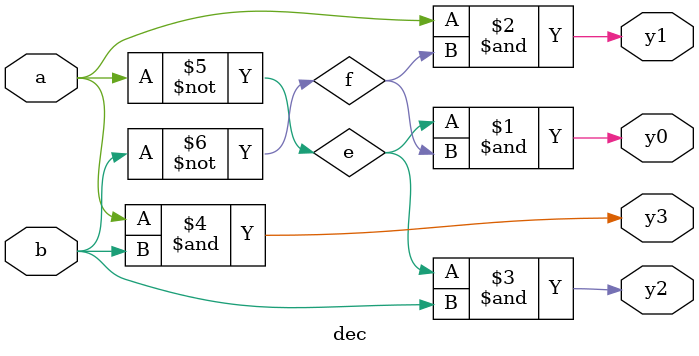
<source format=v>
module dec(a,b,y0,y1,y2,y3);
input a,b;
wire e,f;
output y0,y1,y2,y3;

not(e,a);
not(f,b);
and(y0,e,f);
and(y1,a,f);
and(y2,e,b);
and(y3,a,b);

//data flow model
// Y0=(~a)+(~b);
// Y1=(a)+(~b);
// Y2=(~a)+(b);
// Y3=(a)+(b);

initial 
	begin
		$display ("this is 2x4 Decoder");
	end
endmodule
</source>
